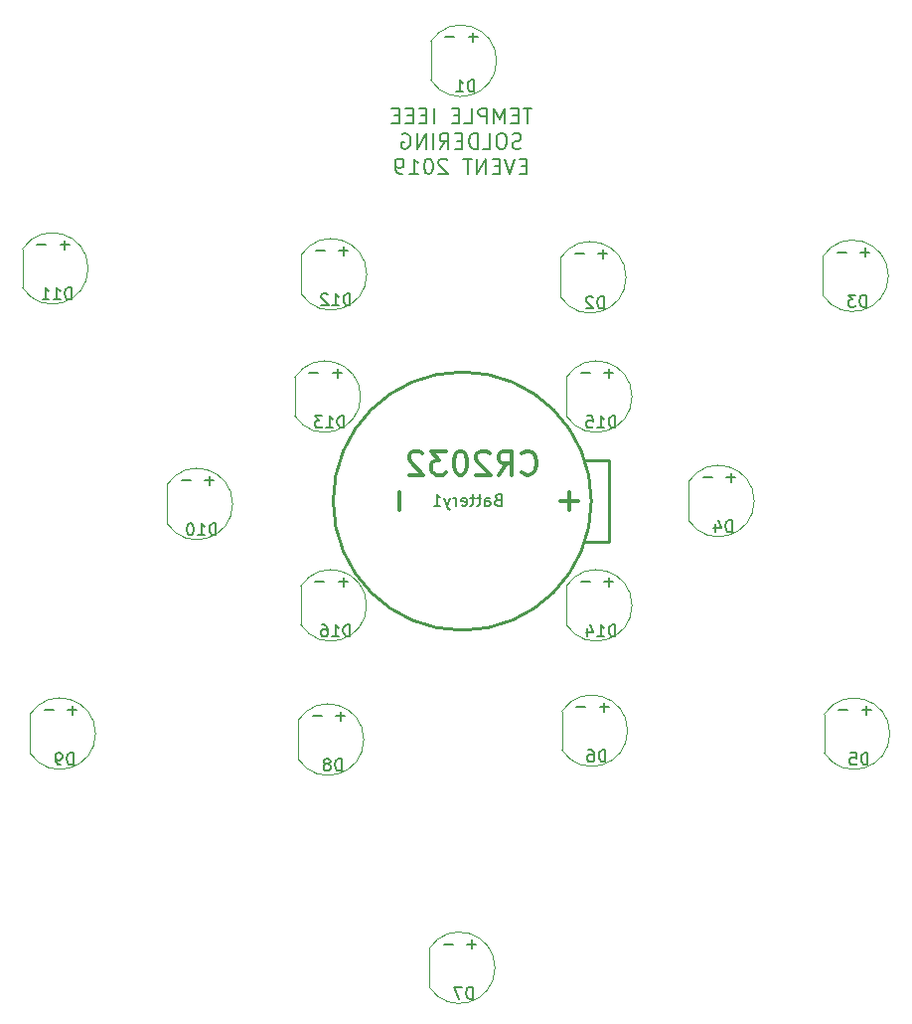
<source format=gbr>
G04 #@! TF.GenerationSoftware,KiCad,Pcbnew,(5.0.0)*
G04 #@! TF.CreationDate,2019-09-07T09:52:17-04:00*
G04 #@! TF.ProjectId,Snowflake,536E6F77666C616B652E6B696361645F,rev?*
G04 #@! TF.SameCoordinates,Original*
G04 #@! TF.FileFunction,Legend,Bot*
G04 #@! TF.FilePolarity,Positive*
%FSLAX46Y46*%
G04 Gerber Fmt 4.6, Leading zero omitted, Abs format (unit mm)*
G04 Created by KiCad (PCBNEW (5.0.0)) date 09/07/19 09:52:17*
%MOMM*%
%LPD*%
G01*
G04 APERTURE LIST*
%ADD10C,0.200000*%
%ADD11C,0.120000*%
%ADD12C,0.250000*%
%ADD13C,0.150000*%
%ADD14C,0.300000*%
G04 APERTURE END LIST*
D10*
X132935714Y-64338095D02*
X132192857Y-64338095D01*
X132564285Y-65638095D02*
X132564285Y-64338095D01*
X131759523Y-64957142D02*
X131326190Y-64957142D01*
X131140476Y-65638095D02*
X131759523Y-65638095D01*
X131759523Y-64338095D01*
X131140476Y-64338095D01*
X130583333Y-65638095D02*
X130583333Y-64338095D01*
X130150000Y-65266666D01*
X129716666Y-64338095D01*
X129716666Y-65638095D01*
X129097619Y-65638095D02*
X129097619Y-64338095D01*
X128602380Y-64338095D01*
X128478571Y-64400000D01*
X128416666Y-64461904D01*
X128354761Y-64585714D01*
X128354761Y-64771428D01*
X128416666Y-64895238D01*
X128478571Y-64957142D01*
X128602380Y-65019047D01*
X129097619Y-65019047D01*
X127178571Y-65638095D02*
X127797619Y-65638095D01*
X127797619Y-64338095D01*
X126745238Y-64957142D02*
X126311904Y-64957142D01*
X126126190Y-65638095D02*
X126745238Y-65638095D01*
X126745238Y-64338095D01*
X126126190Y-64338095D01*
X124578571Y-65638095D02*
X124578571Y-64338095D01*
X123959523Y-64957142D02*
X123526190Y-64957142D01*
X123340476Y-65638095D02*
X123959523Y-65638095D01*
X123959523Y-64338095D01*
X123340476Y-64338095D01*
X122783333Y-64957142D02*
X122350000Y-64957142D01*
X122164285Y-65638095D02*
X122783333Y-65638095D01*
X122783333Y-64338095D01*
X122164285Y-64338095D01*
X121607142Y-64957142D02*
X121173809Y-64957142D01*
X120988095Y-65638095D02*
X121607142Y-65638095D01*
X121607142Y-64338095D01*
X120988095Y-64338095D01*
X132007142Y-67726190D02*
X131821428Y-67788095D01*
X131511904Y-67788095D01*
X131388095Y-67726190D01*
X131326190Y-67664285D01*
X131264285Y-67540476D01*
X131264285Y-67416666D01*
X131326190Y-67292857D01*
X131388095Y-67230952D01*
X131511904Y-67169047D01*
X131759523Y-67107142D01*
X131883333Y-67045238D01*
X131945238Y-66983333D01*
X132007142Y-66859523D01*
X132007142Y-66735714D01*
X131945238Y-66611904D01*
X131883333Y-66550000D01*
X131759523Y-66488095D01*
X131450000Y-66488095D01*
X131264285Y-66550000D01*
X130459523Y-66488095D02*
X130211904Y-66488095D01*
X130088095Y-66550000D01*
X129964285Y-66673809D01*
X129902380Y-66921428D01*
X129902380Y-67354761D01*
X129964285Y-67602380D01*
X130088095Y-67726190D01*
X130211904Y-67788095D01*
X130459523Y-67788095D01*
X130583333Y-67726190D01*
X130707142Y-67602380D01*
X130769047Y-67354761D01*
X130769047Y-66921428D01*
X130707142Y-66673809D01*
X130583333Y-66550000D01*
X130459523Y-66488095D01*
X128726190Y-67788095D02*
X129345238Y-67788095D01*
X129345238Y-66488095D01*
X128292857Y-67788095D02*
X128292857Y-66488095D01*
X127983333Y-66488095D01*
X127797619Y-66550000D01*
X127673809Y-66673809D01*
X127611904Y-66797619D01*
X127550000Y-67045238D01*
X127550000Y-67230952D01*
X127611904Y-67478571D01*
X127673809Y-67602380D01*
X127797619Y-67726190D01*
X127983333Y-67788095D01*
X128292857Y-67788095D01*
X126992857Y-67107142D02*
X126559523Y-67107142D01*
X126373809Y-67788095D02*
X126992857Y-67788095D01*
X126992857Y-66488095D01*
X126373809Y-66488095D01*
X125073809Y-67788095D02*
X125507142Y-67169047D01*
X125816666Y-67788095D02*
X125816666Y-66488095D01*
X125321428Y-66488095D01*
X125197619Y-66550000D01*
X125135714Y-66611904D01*
X125073809Y-66735714D01*
X125073809Y-66921428D01*
X125135714Y-67045238D01*
X125197619Y-67107142D01*
X125321428Y-67169047D01*
X125816666Y-67169047D01*
X124516666Y-67788095D02*
X124516666Y-66488095D01*
X123897619Y-67788095D02*
X123897619Y-66488095D01*
X123154761Y-67788095D01*
X123154761Y-66488095D01*
X121854761Y-66550000D02*
X121978571Y-66488095D01*
X122164285Y-66488095D01*
X122350000Y-66550000D01*
X122473809Y-66673809D01*
X122535714Y-66797619D01*
X122597619Y-67045238D01*
X122597619Y-67230952D01*
X122535714Y-67478571D01*
X122473809Y-67602380D01*
X122350000Y-67726190D01*
X122164285Y-67788095D01*
X122040476Y-67788095D01*
X121854761Y-67726190D01*
X121792857Y-67664285D01*
X121792857Y-67230952D01*
X122040476Y-67230952D01*
X132471428Y-69257142D02*
X132038095Y-69257142D01*
X131852380Y-69938095D02*
X132471428Y-69938095D01*
X132471428Y-68638095D01*
X131852380Y-68638095D01*
X131480952Y-68638095D02*
X131047619Y-69938095D01*
X130614285Y-68638095D01*
X130180952Y-69257142D02*
X129747619Y-69257142D01*
X129561904Y-69938095D02*
X130180952Y-69938095D01*
X130180952Y-68638095D01*
X129561904Y-68638095D01*
X129004761Y-69938095D02*
X129004761Y-68638095D01*
X128261904Y-69938095D01*
X128261904Y-68638095D01*
X127828571Y-68638095D02*
X127085714Y-68638095D01*
X127457142Y-69938095D02*
X127457142Y-68638095D01*
X125723809Y-68761904D02*
X125661904Y-68700000D01*
X125538095Y-68638095D01*
X125228571Y-68638095D01*
X125104761Y-68700000D01*
X125042857Y-68761904D01*
X124980952Y-68885714D01*
X124980952Y-69009523D01*
X125042857Y-69195238D01*
X125785714Y-69938095D01*
X124980952Y-69938095D01*
X124176190Y-68638095D02*
X124052380Y-68638095D01*
X123928571Y-68700000D01*
X123866666Y-68761904D01*
X123804761Y-68885714D01*
X123742857Y-69133333D01*
X123742857Y-69442857D01*
X123804761Y-69690476D01*
X123866666Y-69814285D01*
X123928571Y-69876190D01*
X124052380Y-69938095D01*
X124176190Y-69938095D01*
X124300000Y-69876190D01*
X124361904Y-69814285D01*
X124423809Y-69690476D01*
X124485714Y-69442857D01*
X124485714Y-69133333D01*
X124423809Y-68885714D01*
X124361904Y-68761904D01*
X124300000Y-68700000D01*
X124176190Y-68638095D01*
X122504761Y-69938095D02*
X123247619Y-69938095D01*
X122876190Y-69938095D02*
X122876190Y-68638095D01*
X123000000Y-68823809D01*
X123123809Y-68947619D01*
X123247619Y-69009523D01*
X121885714Y-69938095D02*
X121638095Y-69938095D01*
X121514285Y-69876190D01*
X121452380Y-69814285D01*
X121328571Y-69628571D01*
X121266666Y-69380952D01*
X121266666Y-68885714D01*
X121328571Y-68761904D01*
X121390476Y-68700000D01*
X121514285Y-68638095D01*
X121761904Y-68638095D01*
X121885714Y-68700000D01*
X121947619Y-68761904D01*
X122009523Y-68885714D01*
X122009523Y-69195238D01*
X121947619Y-69319047D01*
X121885714Y-69380952D01*
X121761904Y-69442857D01*
X121514285Y-69442857D01*
X121390476Y-69380952D01*
X121328571Y-69319047D01*
X121266666Y-69195238D01*
D11*
G04 #@! TO.C,D1*
X124320000Y-58660488D02*
X124320000Y-61940488D01*
X129919999Y-60298042D02*
G75*
G02X124320000Y-61939512I-3039999J-1958D01*
G01*
X129919999Y-60301958D02*
G75*
G03X124320000Y-58660488I-3039999J1958D01*
G01*
G04 #@! TO.C,D2*
X135362000Y-77100488D02*
X135362000Y-80380488D01*
X140961999Y-78738042D02*
G75*
G02X135362000Y-80379512I-3039999J-1958D01*
G01*
X140961999Y-78741958D02*
G75*
G03X135362000Y-77100488I-3039999J1958D01*
G01*
G04 #@! TO.C,D3*
X157714000Y-76973488D02*
X157714000Y-80253488D01*
X163313999Y-78611042D02*
G75*
G02X157714000Y-80252512I-3039999J-1958D01*
G01*
X163313999Y-78614958D02*
G75*
G03X157714000Y-76973488I-3039999J1958D01*
G01*
G04 #@! TO.C,D4*
X146284000Y-96150488D02*
X146284000Y-99430488D01*
X151883999Y-97788042D02*
G75*
G02X146284000Y-99429512I-3039999J-1958D01*
G01*
X151883999Y-97791958D02*
G75*
G03X146284000Y-96150488I-3039999J1958D01*
G01*
G04 #@! TO.C,D5*
X157841000Y-115962488D02*
X157841000Y-119242488D01*
X163440999Y-117600042D02*
G75*
G02X157841000Y-119241512I-3039999J-1958D01*
G01*
X163440999Y-117603958D02*
G75*
G03X157841000Y-115962488I-3039999J1958D01*
G01*
G04 #@! TO.C,D6*
X135489000Y-115708488D02*
X135489000Y-118988488D01*
X141088999Y-117346042D02*
G75*
G02X135489000Y-118987512I-3039999J-1958D01*
G01*
X141088999Y-117349958D02*
G75*
G03X135489000Y-115708488I-3039999J1958D01*
G01*
G04 #@! TO.C,D7*
X124186000Y-135901488D02*
X124186000Y-139181488D01*
X129785999Y-137539042D02*
G75*
G02X124186000Y-139180512I-3039999J-1958D01*
G01*
X129785999Y-137542958D02*
G75*
G03X124186000Y-135901488I-3039999J1958D01*
G01*
G04 #@! TO.C,D8*
X113010000Y-116470488D02*
X113010000Y-119750488D01*
X118609999Y-118108042D02*
G75*
G02X113010000Y-119749512I-3039999J-1958D01*
G01*
X118609999Y-118111958D02*
G75*
G03X113010000Y-116470488I-3039999J1958D01*
G01*
G04 #@! TO.C,D9*
X90150000Y-115962488D02*
X90150000Y-119242488D01*
X95749999Y-117600042D02*
G75*
G02X90150000Y-119241512I-3039999J-1958D01*
G01*
X95749999Y-117603958D02*
G75*
G03X90150000Y-115962488I-3039999J1958D01*
G01*
G04 #@! TO.C,D10*
X101834000Y-96404488D02*
X101834000Y-99684488D01*
X107433999Y-98042042D02*
G75*
G02X101834000Y-99683512I-3039999J-1958D01*
G01*
X107433999Y-98045958D02*
G75*
G03X101834000Y-96404488I-3039999J1958D01*
G01*
G04 #@! TO.C,D11*
X89515000Y-76338488D02*
X89515000Y-79618488D01*
X95114999Y-77976042D02*
G75*
G02X89515000Y-79617512I-3039999J-1958D01*
G01*
X95114999Y-77979958D02*
G75*
G03X89515000Y-76338488I-3039999J1958D01*
G01*
G04 #@! TO.C,D12*
X113264000Y-76846488D02*
X113264000Y-80126488D01*
X118863999Y-78484042D02*
G75*
G02X113264000Y-80125512I-3039999J-1958D01*
G01*
X118863999Y-78487958D02*
G75*
G03X113264000Y-76846488I-3039999J1958D01*
G01*
G04 #@! TO.C,D13*
X112737000Y-87260488D02*
X112737000Y-90540488D01*
X118336999Y-88898042D02*
G75*
G02X112737000Y-90539512I-3039999J-1958D01*
G01*
X118336999Y-88901958D02*
G75*
G03X112737000Y-87260488I-3039999J1958D01*
G01*
G04 #@! TO.C,D14*
X135870000Y-105040488D02*
X135870000Y-108320488D01*
X141469999Y-106678042D02*
G75*
G02X135870000Y-108319512I-3039999J-1958D01*
G01*
X141469999Y-106681958D02*
G75*
G03X135870000Y-105040488I-3039999J1958D01*
G01*
G04 #@! TO.C,D15*
X135870000Y-87260488D02*
X135870000Y-90540488D01*
X141469999Y-88898042D02*
G75*
G02X135870000Y-90539512I-3039999J-1958D01*
G01*
X141469999Y-88901958D02*
G75*
G03X135870000Y-87260488I-3039999J1958D01*
G01*
G04 #@! TO.C,D16*
X113245000Y-105040488D02*
X113245000Y-108320488D01*
X118844999Y-106678042D02*
G75*
G02X113245000Y-108319512I-3039999J-1958D01*
G01*
X118844999Y-106681958D02*
G75*
G03X113245000Y-105040488I-3039999J1958D01*
G01*
D12*
G04 #@! TO.C,Battery1*
X138000000Y-97800000D02*
G75*
G03X138000000Y-97800000I-11000000J0D01*
G01*
X139500000Y-101300000D02*
X137500000Y-101300000D01*
X139500000Y-100800000D02*
X139500000Y-101300000D01*
X139500000Y-97800000D02*
X139500000Y-100800000D01*
X139500000Y-94300000D02*
X137500000Y-94300000D01*
X139500000Y-97800000D02*
X139500000Y-94300000D01*
G04 #@! TO.C,D1*
D13*
X128024495Y-62936780D02*
X128024495Y-61936780D01*
X127786400Y-61936780D01*
X127643542Y-61984400D01*
X127548304Y-62079638D01*
X127500685Y-62174876D01*
X127453066Y-62365352D01*
X127453066Y-62508209D01*
X127500685Y-62698685D01*
X127548304Y-62793923D01*
X127643542Y-62889161D01*
X127786400Y-62936780D01*
X128024495Y-62936780D01*
X126500685Y-62936780D02*
X127072114Y-62936780D01*
X126786400Y-62936780D02*
X126786400Y-61936780D01*
X126881638Y-62079638D01*
X126976876Y-62174876D01*
X127072114Y-62222495D01*
X128311752Y-58288628D02*
X127549847Y-58288628D01*
X127930800Y-58669580D02*
X127930800Y-57907676D01*
X126311752Y-58288628D02*
X125549847Y-58288628D01*
G04 #@! TO.C,D2*
X139066495Y-81376780D02*
X139066495Y-80376780D01*
X138828400Y-80376780D01*
X138685542Y-80424400D01*
X138590304Y-80519638D01*
X138542685Y-80614876D01*
X138495066Y-80805352D01*
X138495066Y-80948209D01*
X138542685Y-81138685D01*
X138590304Y-81233923D01*
X138685542Y-81329161D01*
X138828400Y-81376780D01*
X139066495Y-81376780D01*
X138114114Y-80472019D02*
X138066495Y-80424400D01*
X137971257Y-80376780D01*
X137733161Y-80376780D01*
X137637923Y-80424400D01*
X137590304Y-80472019D01*
X137542685Y-80567257D01*
X137542685Y-80662495D01*
X137590304Y-80805352D01*
X138161733Y-81376780D01*
X137542685Y-81376780D01*
X139353752Y-76728628D02*
X138591847Y-76728628D01*
X138972800Y-77109580D02*
X138972800Y-76347676D01*
X137353752Y-76728628D02*
X136591847Y-76728628D01*
G04 #@! TO.C,D3*
X161418495Y-81249780D02*
X161418495Y-80249780D01*
X161180400Y-80249780D01*
X161037542Y-80297400D01*
X160942304Y-80392638D01*
X160894685Y-80487876D01*
X160847066Y-80678352D01*
X160847066Y-80821209D01*
X160894685Y-81011685D01*
X160942304Y-81106923D01*
X161037542Y-81202161D01*
X161180400Y-81249780D01*
X161418495Y-81249780D01*
X160513733Y-80249780D02*
X159894685Y-80249780D01*
X160228019Y-80630733D01*
X160085161Y-80630733D01*
X159989923Y-80678352D01*
X159942304Y-80725971D01*
X159894685Y-80821209D01*
X159894685Y-81059304D01*
X159942304Y-81154542D01*
X159989923Y-81202161D01*
X160085161Y-81249780D01*
X160370876Y-81249780D01*
X160466114Y-81202161D01*
X160513733Y-81154542D01*
X161705752Y-76601628D02*
X160943847Y-76601628D01*
X161324800Y-76982580D02*
X161324800Y-76220676D01*
X159705752Y-76601628D02*
X158943847Y-76601628D01*
G04 #@! TO.C,D4*
X149988495Y-100426780D02*
X149988495Y-99426780D01*
X149750400Y-99426780D01*
X149607542Y-99474400D01*
X149512304Y-99569638D01*
X149464685Y-99664876D01*
X149417066Y-99855352D01*
X149417066Y-99998209D01*
X149464685Y-100188685D01*
X149512304Y-100283923D01*
X149607542Y-100379161D01*
X149750400Y-100426780D01*
X149988495Y-100426780D01*
X148559923Y-99760114D02*
X148559923Y-100426780D01*
X148798019Y-99379161D02*
X149036114Y-100093447D01*
X148417066Y-100093447D01*
X150275752Y-95778628D02*
X149513847Y-95778628D01*
X149894800Y-96159580D02*
X149894800Y-95397676D01*
X148275752Y-95778628D02*
X147513847Y-95778628D01*
G04 #@! TO.C,D5*
X161545495Y-120238780D02*
X161545495Y-119238780D01*
X161307400Y-119238780D01*
X161164542Y-119286400D01*
X161069304Y-119381638D01*
X161021685Y-119476876D01*
X160974066Y-119667352D01*
X160974066Y-119810209D01*
X161021685Y-120000685D01*
X161069304Y-120095923D01*
X161164542Y-120191161D01*
X161307400Y-120238780D01*
X161545495Y-120238780D01*
X160069304Y-119238780D02*
X160545495Y-119238780D01*
X160593114Y-119714971D01*
X160545495Y-119667352D01*
X160450257Y-119619733D01*
X160212161Y-119619733D01*
X160116923Y-119667352D01*
X160069304Y-119714971D01*
X160021685Y-119810209D01*
X160021685Y-120048304D01*
X160069304Y-120143542D01*
X160116923Y-120191161D01*
X160212161Y-120238780D01*
X160450257Y-120238780D01*
X160545495Y-120191161D01*
X160593114Y-120143542D01*
X161832752Y-115590628D02*
X161070847Y-115590628D01*
X161451800Y-115971580D02*
X161451800Y-115209676D01*
X159832752Y-115590628D02*
X159070847Y-115590628D01*
G04 #@! TO.C,D6*
X139193495Y-119984780D02*
X139193495Y-118984780D01*
X138955400Y-118984780D01*
X138812542Y-119032400D01*
X138717304Y-119127638D01*
X138669685Y-119222876D01*
X138622066Y-119413352D01*
X138622066Y-119556209D01*
X138669685Y-119746685D01*
X138717304Y-119841923D01*
X138812542Y-119937161D01*
X138955400Y-119984780D01*
X139193495Y-119984780D01*
X137764923Y-118984780D02*
X137955400Y-118984780D01*
X138050638Y-119032400D01*
X138098257Y-119080019D01*
X138193495Y-119222876D01*
X138241114Y-119413352D01*
X138241114Y-119794304D01*
X138193495Y-119889542D01*
X138145876Y-119937161D01*
X138050638Y-119984780D01*
X137860161Y-119984780D01*
X137764923Y-119937161D01*
X137717304Y-119889542D01*
X137669685Y-119794304D01*
X137669685Y-119556209D01*
X137717304Y-119460971D01*
X137764923Y-119413352D01*
X137860161Y-119365733D01*
X138050638Y-119365733D01*
X138145876Y-119413352D01*
X138193495Y-119460971D01*
X138241114Y-119556209D01*
X139480752Y-115336628D02*
X138718847Y-115336628D01*
X139099800Y-115717580D02*
X139099800Y-114955676D01*
X137480752Y-115336628D02*
X136718847Y-115336628D01*
G04 #@! TO.C,D7*
X127890495Y-140177780D02*
X127890495Y-139177780D01*
X127652400Y-139177780D01*
X127509542Y-139225400D01*
X127414304Y-139320638D01*
X127366685Y-139415876D01*
X127319066Y-139606352D01*
X127319066Y-139749209D01*
X127366685Y-139939685D01*
X127414304Y-140034923D01*
X127509542Y-140130161D01*
X127652400Y-140177780D01*
X127890495Y-140177780D01*
X126985733Y-139177780D02*
X126319066Y-139177780D01*
X126747638Y-140177780D01*
X128177752Y-135529628D02*
X127415847Y-135529628D01*
X127796800Y-135910580D02*
X127796800Y-135148676D01*
X126177752Y-135529628D02*
X125415847Y-135529628D01*
G04 #@! TO.C,D8*
X116714495Y-120746780D02*
X116714495Y-119746780D01*
X116476400Y-119746780D01*
X116333542Y-119794400D01*
X116238304Y-119889638D01*
X116190685Y-119984876D01*
X116143066Y-120175352D01*
X116143066Y-120318209D01*
X116190685Y-120508685D01*
X116238304Y-120603923D01*
X116333542Y-120699161D01*
X116476400Y-120746780D01*
X116714495Y-120746780D01*
X115571638Y-120175352D02*
X115666876Y-120127733D01*
X115714495Y-120080114D01*
X115762114Y-119984876D01*
X115762114Y-119937257D01*
X115714495Y-119842019D01*
X115666876Y-119794400D01*
X115571638Y-119746780D01*
X115381161Y-119746780D01*
X115285923Y-119794400D01*
X115238304Y-119842019D01*
X115190685Y-119937257D01*
X115190685Y-119984876D01*
X115238304Y-120080114D01*
X115285923Y-120127733D01*
X115381161Y-120175352D01*
X115571638Y-120175352D01*
X115666876Y-120222971D01*
X115714495Y-120270590D01*
X115762114Y-120365828D01*
X115762114Y-120556304D01*
X115714495Y-120651542D01*
X115666876Y-120699161D01*
X115571638Y-120746780D01*
X115381161Y-120746780D01*
X115285923Y-120699161D01*
X115238304Y-120651542D01*
X115190685Y-120556304D01*
X115190685Y-120365828D01*
X115238304Y-120270590D01*
X115285923Y-120222971D01*
X115381161Y-120175352D01*
X117001752Y-116098628D02*
X116239847Y-116098628D01*
X116620800Y-116479580D02*
X116620800Y-115717676D01*
X115001752Y-116098628D02*
X114239847Y-116098628D01*
G04 #@! TO.C,D9*
X93854495Y-120238780D02*
X93854495Y-119238780D01*
X93616400Y-119238780D01*
X93473542Y-119286400D01*
X93378304Y-119381638D01*
X93330685Y-119476876D01*
X93283066Y-119667352D01*
X93283066Y-119810209D01*
X93330685Y-120000685D01*
X93378304Y-120095923D01*
X93473542Y-120191161D01*
X93616400Y-120238780D01*
X93854495Y-120238780D01*
X92806876Y-120238780D02*
X92616400Y-120238780D01*
X92521161Y-120191161D01*
X92473542Y-120143542D01*
X92378304Y-120000685D01*
X92330685Y-119810209D01*
X92330685Y-119429257D01*
X92378304Y-119334019D01*
X92425923Y-119286400D01*
X92521161Y-119238780D01*
X92711638Y-119238780D01*
X92806876Y-119286400D01*
X92854495Y-119334019D01*
X92902114Y-119429257D01*
X92902114Y-119667352D01*
X92854495Y-119762590D01*
X92806876Y-119810209D01*
X92711638Y-119857828D01*
X92521161Y-119857828D01*
X92425923Y-119810209D01*
X92378304Y-119762590D01*
X92330685Y-119667352D01*
X94141752Y-115590628D02*
X93379847Y-115590628D01*
X93760800Y-115971580D02*
X93760800Y-115209676D01*
X92141752Y-115590628D02*
X91379847Y-115590628D01*
G04 #@! TO.C,D10*
X106014685Y-100680780D02*
X106014685Y-99680780D01*
X105776590Y-99680780D01*
X105633733Y-99728400D01*
X105538495Y-99823638D01*
X105490876Y-99918876D01*
X105443257Y-100109352D01*
X105443257Y-100252209D01*
X105490876Y-100442685D01*
X105538495Y-100537923D01*
X105633733Y-100633161D01*
X105776590Y-100680780D01*
X106014685Y-100680780D01*
X104490876Y-100680780D02*
X105062304Y-100680780D01*
X104776590Y-100680780D02*
X104776590Y-99680780D01*
X104871828Y-99823638D01*
X104967066Y-99918876D01*
X105062304Y-99966495D01*
X103871828Y-99680780D02*
X103776590Y-99680780D01*
X103681352Y-99728400D01*
X103633733Y-99776019D01*
X103586114Y-99871257D01*
X103538495Y-100061733D01*
X103538495Y-100299828D01*
X103586114Y-100490304D01*
X103633733Y-100585542D01*
X103681352Y-100633161D01*
X103776590Y-100680780D01*
X103871828Y-100680780D01*
X103967066Y-100633161D01*
X104014685Y-100585542D01*
X104062304Y-100490304D01*
X104109923Y-100299828D01*
X104109923Y-100061733D01*
X104062304Y-99871257D01*
X104014685Y-99776019D01*
X103967066Y-99728400D01*
X103871828Y-99680780D01*
X105825752Y-96032628D02*
X105063847Y-96032628D01*
X105444800Y-96413580D02*
X105444800Y-95651676D01*
X103825752Y-96032628D02*
X103063847Y-96032628D01*
G04 #@! TO.C,D11*
X93695685Y-80614780D02*
X93695685Y-79614780D01*
X93457590Y-79614780D01*
X93314733Y-79662400D01*
X93219495Y-79757638D01*
X93171876Y-79852876D01*
X93124257Y-80043352D01*
X93124257Y-80186209D01*
X93171876Y-80376685D01*
X93219495Y-80471923D01*
X93314733Y-80567161D01*
X93457590Y-80614780D01*
X93695685Y-80614780D01*
X92171876Y-80614780D02*
X92743304Y-80614780D01*
X92457590Y-80614780D02*
X92457590Y-79614780D01*
X92552828Y-79757638D01*
X92648066Y-79852876D01*
X92743304Y-79900495D01*
X91219495Y-80614780D02*
X91790923Y-80614780D01*
X91505209Y-80614780D02*
X91505209Y-79614780D01*
X91600447Y-79757638D01*
X91695685Y-79852876D01*
X91790923Y-79900495D01*
X93506752Y-75966628D02*
X92744847Y-75966628D01*
X93125800Y-76347580D02*
X93125800Y-75585676D01*
X91506752Y-75966628D02*
X90744847Y-75966628D01*
G04 #@! TO.C,D12*
X117444685Y-81122780D02*
X117444685Y-80122780D01*
X117206590Y-80122780D01*
X117063733Y-80170400D01*
X116968495Y-80265638D01*
X116920876Y-80360876D01*
X116873257Y-80551352D01*
X116873257Y-80694209D01*
X116920876Y-80884685D01*
X116968495Y-80979923D01*
X117063733Y-81075161D01*
X117206590Y-81122780D01*
X117444685Y-81122780D01*
X115920876Y-81122780D02*
X116492304Y-81122780D01*
X116206590Y-81122780D02*
X116206590Y-80122780D01*
X116301828Y-80265638D01*
X116397066Y-80360876D01*
X116492304Y-80408495D01*
X115539923Y-80218019D02*
X115492304Y-80170400D01*
X115397066Y-80122780D01*
X115158971Y-80122780D01*
X115063733Y-80170400D01*
X115016114Y-80218019D01*
X114968495Y-80313257D01*
X114968495Y-80408495D01*
X115016114Y-80551352D01*
X115587542Y-81122780D01*
X114968495Y-81122780D01*
X117255752Y-76474628D02*
X116493847Y-76474628D01*
X116874800Y-76855580D02*
X116874800Y-76093676D01*
X115255752Y-76474628D02*
X114493847Y-76474628D01*
G04 #@! TO.C,D13*
X116917685Y-91536780D02*
X116917685Y-90536780D01*
X116679590Y-90536780D01*
X116536733Y-90584400D01*
X116441495Y-90679638D01*
X116393876Y-90774876D01*
X116346257Y-90965352D01*
X116346257Y-91108209D01*
X116393876Y-91298685D01*
X116441495Y-91393923D01*
X116536733Y-91489161D01*
X116679590Y-91536780D01*
X116917685Y-91536780D01*
X115393876Y-91536780D02*
X115965304Y-91536780D01*
X115679590Y-91536780D02*
X115679590Y-90536780D01*
X115774828Y-90679638D01*
X115870066Y-90774876D01*
X115965304Y-90822495D01*
X115060542Y-90536780D02*
X114441495Y-90536780D01*
X114774828Y-90917733D01*
X114631971Y-90917733D01*
X114536733Y-90965352D01*
X114489114Y-91012971D01*
X114441495Y-91108209D01*
X114441495Y-91346304D01*
X114489114Y-91441542D01*
X114536733Y-91489161D01*
X114631971Y-91536780D01*
X114917685Y-91536780D01*
X115012923Y-91489161D01*
X115060542Y-91441542D01*
X116728752Y-86888628D02*
X115966847Y-86888628D01*
X116347800Y-87269580D02*
X116347800Y-86507676D01*
X114728752Y-86888628D02*
X113966847Y-86888628D01*
G04 #@! TO.C,D14*
X140050685Y-109316780D02*
X140050685Y-108316780D01*
X139812590Y-108316780D01*
X139669733Y-108364400D01*
X139574495Y-108459638D01*
X139526876Y-108554876D01*
X139479257Y-108745352D01*
X139479257Y-108888209D01*
X139526876Y-109078685D01*
X139574495Y-109173923D01*
X139669733Y-109269161D01*
X139812590Y-109316780D01*
X140050685Y-109316780D01*
X138526876Y-109316780D02*
X139098304Y-109316780D01*
X138812590Y-109316780D02*
X138812590Y-108316780D01*
X138907828Y-108459638D01*
X139003066Y-108554876D01*
X139098304Y-108602495D01*
X137669733Y-108650114D02*
X137669733Y-109316780D01*
X137907828Y-108269161D02*
X138145923Y-108983447D01*
X137526876Y-108983447D01*
X139861752Y-104668628D02*
X139099847Y-104668628D01*
X139480800Y-105049580D02*
X139480800Y-104287676D01*
X137861752Y-104668628D02*
X137099847Y-104668628D01*
G04 #@! TO.C,D15*
X140050685Y-91536780D02*
X140050685Y-90536780D01*
X139812590Y-90536780D01*
X139669733Y-90584400D01*
X139574495Y-90679638D01*
X139526876Y-90774876D01*
X139479257Y-90965352D01*
X139479257Y-91108209D01*
X139526876Y-91298685D01*
X139574495Y-91393923D01*
X139669733Y-91489161D01*
X139812590Y-91536780D01*
X140050685Y-91536780D01*
X138526876Y-91536780D02*
X139098304Y-91536780D01*
X138812590Y-91536780D02*
X138812590Y-90536780D01*
X138907828Y-90679638D01*
X139003066Y-90774876D01*
X139098304Y-90822495D01*
X137622114Y-90536780D02*
X138098304Y-90536780D01*
X138145923Y-91012971D01*
X138098304Y-90965352D01*
X138003066Y-90917733D01*
X137764971Y-90917733D01*
X137669733Y-90965352D01*
X137622114Y-91012971D01*
X137574495Y-91108209D01*
X137574495Y-91346304D01*
X137622114Y-91441542D01*
X137669733Y-91489161D01*
X137764971Y-91536780D01*
X138003066Y-91536780D01*
X138098304Y-91489161D01*
X138145923Y-91441542D01*
X139861752Y-86888628D02*
X139099847Y-86888628D01*
X139480800Y-87269580D02*
X139480800Y-86507676D01*
X137861752Y-86888628D02*
X137099847Y-86888628D01*
G04 #@! TO.C,D16*
X117425685Y-109316780D02*
X117425685Y-108316780D01*
X117187590Y-108316780D01*
X117044733Y-108364400D01*
X116949495Y-108459638D01*
X116901876Y-108554876D01*
X116854257Y-108745352D01*
X116854257Y-108888209D01*
X116901876Y-109078685D01*
X116949495Y-109173923D01*
X117044733Y-109269161D01*
X117187590Y-109316780D01*
X117425685Y-109316780D01*
X115901876Y-109316780D02*
X116473304Y-109316780D01*
X116187590Y-109316780D02*
X116187590Y-108316780D01*
X116282828Y-108459638D01*
X116378066Y-108554876D01*
X116473304Y-108602495D01*
X115044733Y-108316780D02*
X115235209Y-108316780D01*
X115330447Y-108364400D01*
X115378066Y-108412019D01*
X115473304Y-108554876D01*
X115520923Y-108745352D01*
X115520923Y-109126304D01*
X115473304Y-109221542D01*
X115425685Y-109269161D01*
X115330447Y-109316780D01*
X115139971Y-109316780D01*
X115044733Y-109269161D01*
X114997114Y-109221542D01*
X114949495Y-109126304D01*
X114949495Y-108888209D01*
X114997114Y-108792971D01*
X115044733Y-108745352D01*
X115139971Y-108697733D01*
X115330447Y-108697733D01*
X115425685Y-108745352D01*
X115473304Y-108792971D01*
X115520923Y-108888209D01*
X117236752Y-104668628D02*
X116474847Y-104668628D01*
X116855800Y-105049580D02*
X116855800Y-104287676D01*
X115236752Y-104668628D02*
X114474847Y-104668628D01*
G04 #@! TO.C,Battery1*
X130047619Y-97678571D02*
X129904761Y-97726190D01*
X129857142Y-97773809D01*
X129809523Y-97869047D01*
X129809523Y-98011904D01*
X129857142Y-98107142D01*
X129904761Y-98154761D01*
X130000000Y-98202380D01*
X130380952Y-98202380D01*
X130380952Y-97202380D01*
X130047619Y-97202380D01*
X129952380Y-97250000D01*
X129904761Y-97297619D01*
X129857142Y-97392857D01*
X129857142Y-97488095D01*
X129904761Y-97583333D01*
X129952380Y-97630952D01*
X130047619Y-97678571D01*
X130380952Y-97678571D01*
X128952380Y-98202380D02*
X128952380Y-97678571D01*
X129000000Y-97583333D01*
X129095238Y-97535714D01*
X129285714Y-97535714D01*
X129380952Y-97583333D01*
X128952380Y-98154761D02*
X129047619Y-98202380D01*
X129285714Y-98202380D01*
X129380952Y-98154761D01*
X129428571Y-98059523D01*
X129428571Y-97964285D01*
X129380952Y-97869047D01*
X129285714Y-97821428D01*
X129047619Y-97821428D01*
X128952380Y-97773809D01*
X128619047Y-97535714D02*
X128238095Y-97535714D01*
X128476190Y-97202380D02*
X128476190Y-98059523D01*
X128428571Y-98154761D01*
X128333333Y-98202380D01*
X128238095Y-98202380D01*
X128047619Y-97535714D02*
X127666666Y-97535714D01*
X127904761Y-97202380D02*
X127904761Y-98059523D01*
X127857142Y-98154761D01*
X127761904Y-98202380D01*
X127666666Y-98202380D01*
X126952380Y-98154761D02*
X127047619Y-98202380D01*
X127238095Y-98202380D01*
X127333333Y-98154761D01*
X127380952Y-98059523D01*
X127380952Y-97678571D01*
X127333333Y-97583333D01*
X127238095Y-97535714D01*
X127047619Y-97535714D01*
X126952380Y-97583333D01*
X126904761Y-97678571D01*
X126904761Y-97773809D01*
X127380952Y-97869047D01*
X126476190Y-98202380D02*
X126476190Y-97535714D01*
X126476190Y-97726190D02*
X126428571Y-97630952D01*
X126380952Y-97583333D01*
X126285714Y-97535714D01*
X126190476Y-97535714D01*
X125952380Y-97535714D02*
X125714285Y-98202380D01*
X125476190Y-97535714D02*
X125714285Y-98202380D01*
X125809523Y-98440476D01*
X125857142Y-98488095D01*
X125952380Y-98535714D01*
X124571428Y-98202380D02*
X125142857Y-98202380D01*
X124857142Y-98202380D02*
X124857142Y-97202380D01*
X124952380Y-97345238D01*
X125047619Y-97440476D01*
X125142857Y-97488095D01*
D14*
X136142857Y-97038095D02*
X136142857Y-98561904D01*
X136904761Y-97800000D02*
X135380952Y-97800000D01*
X121642857Y-97038095D02*
X121642857Y-98561904D01*
X132090476Y-95364285D02*
X132185714Y-95459523D01*
X132471428Y-95554761D01*
X132661904Y-95554761D01*
X132947619Y-95459523D01*
X133138095Y-95269047D01*
X133233333Y-95078571D01*
X133328571Y-94697619D01*
X133328571Y-94411904D01*
X133233333Y-94030952D01*
X133138095Y-93840476D01*
X132947619Y-93650000D01*
X132661904Y-93554761D01*
X132471428Y-93554761D01*
X132185714Y-93650000D01*
X132090476Y-93745238D01*
X130090476Y-95554761D02*
X130757142Y-94602380D01*
X131233333Y-95554761D02*
X131233333Y-93554761D01*
X130471428Y-93554761D01*
X130280952Y-93650000D01*
X130185714Y-93745238D01*
X130090476Y-93935714D01*
X130090476Y-94221428D01*
X130185714Y-94411904D01*
X130280952Y-94507142D01*
X130471428Y-94602380D01*
X131233333Y-94602380D01*
X129328571Y-93745238D02*
X129233333Y-93650000D01*
X129042857Y-93554761D01*
X128566666Y-93554761D01*
X128376190Y-93650000D01*
X128280952Y-93745238D01*
X128185714Y-93935714D01*
X128185714Y-94126190D01*
X128280952Y-94411904D01*
X129423809Y-95554761D01*
X128185714Y-95554761D01*
X126947619Y-93554761D02*
X126757142Y-93554761D01*
X126566666Y-93650000D01*
X126471428Y-93745238D01*
X126376190Y-93935714D01*
X126280952Y-94316666D01*
X126280952Y-94792857D01*
X126376190Y-95173809D01*
X126471428Y-95364285D01*
X126566666Y-95459523D01*
X126757142Y-95554761D01*
X126947619Y-95554761D01*
X127138095Y-95459523D01*
X127233333Y-95364285D01*
X127328571Y-95173809D01*
X127423809Y-94792857D01*
X127423809Y-94316666D01*
X127328571Y-93935714D01*
X127233333Y-93745238D01*
X127138095Y-93650000D01*
X126947619Y-93554761D01*
X125614285Y-93554761D02*
X124376190Y-93554761D01*
X125042857Y-94316666D01*
X124757142Y-94316666D01*
X124566666Y-94411904D01*
X124471428Y-94507142D01*
X124376190Y-94697619D01*
X124376190Y-95173809D01*
X124471428Y-95364285D01*
X124566666Y-95459523D01*
X124757142Y-95554761D01*
X125328571Y-95554761D01*
X125519047Y-95459523D01*
X125614285Y-95364285D01*
X123614285Y-93745238D02*
X123519047Y-93650000D01*
X123328571Y-93554761D01*
X122852380Y-93554761D01*
X122661904Y-93650000D01*
X122566666Y-93745238D01*
X122471428Y-93935714D01*
X122471428Y-94126190D01*
X122566666Y-94411904D01*
X123709523Y-95554761D01*
X122471428Y-95554761D01*
G04 #@! TD*
M02*

</source>
